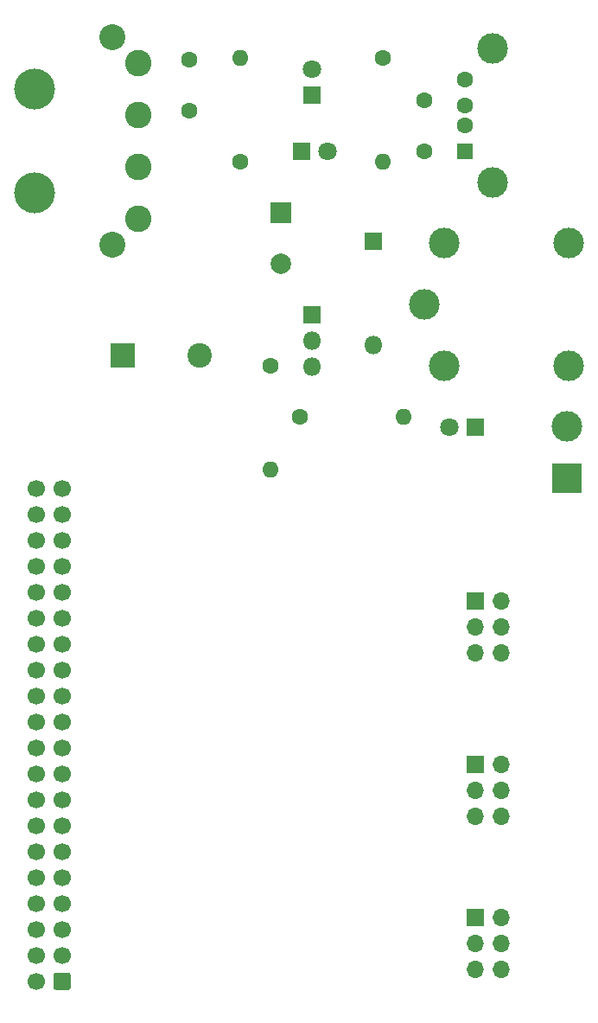
<source format=gbr>
%TF.GenerationSoftware,KiCad,Pcbnew,5.1.8*%
%TF.CreationDate,2020-11-30T00:05:04+01:00*%
%TF.ProjectId,splitter,73706c69-7474-4657-922e-6b696361645f,rev?*%
%TF.SameCoordinates,Original*%
%TF.FileFunction,Soldermask,Bot*%
%TF.FilePolarity,Negative*%
%FSLAX46Y46*%
G04 Gerber Fmt 4.6, Leading zero omitted, Abs format (unit mm)*
G04 Created by KiCad (PCBNEW 5.1.8) date 2020-11-30 00:05:04*
%MOMM*%
%LPD*%
G01*
G04 APERTURE LIST*
%ADD10C,2.000000*%
%ADD11R,2.000000X2.000000*%
%ADD12C,1.600000*%
%ADD13C,2.400000*%
%ADD14R,2.400000X2.400000*%
%ADD15C,1.700000*%
%ADD16C,3.000000*%
%ADD17R,1.800000X1.800000*%
%ADD18C,1.800000*%
%ADD19O,1.800000X1.800000*%
%ADD20R,1.700000X1.700000*%
%ADD21O,1.700000X1.700000*%
%ADD22C,4.000000*%
%ADD23C,2.600000*%
%ADD24C,2.540000*%
%ADD25R,3.000000X3.000000*%
%ADD26R,1.600000X1.600000*%
%ADD27O,1.600000X1.600000*%
G04 APERTURE END LIST*
D10*
%TO.C,C3*%
X146000000Y-62000000D03*
D11*
X146000000Y-57000000D03*
%TD*%
D12*
%TO.C,C2*%
X137000000Y-42000000D03*
X137000000Y-47000000D03*
%TD*%
D13*
%TO.C,C1*%
X138000000Y-71000000D03*
D14*
X130500000Y-71000000D03*
%TD*%
D12*
%TO.C,C0*%
X160000000Y-46000000D03*
X160000000Y-51000000D03*
%TD*%
D15*
%TO.C,J0*%
X122000000Y-84000000D03*
X122000000Y-86540000D03*
X122000000Y-89080000D03*
X122000000Y-91620000D03*
X122000000Y-94160000D03*
X122000000Y-96700000D03*
X122000000Y-99240000D03*
X122000000Y-101780000D03*
X122000000Y-104320000D03*
X122000000Y-106860000D03*
X122000000Y-109400000D03*
X122000000Y-111940000D03*
X122000000Y-114480000D03*
X122000000Y-117020000D03*
X122000000Y-119560000D03*
X122000000Y-122100000D03*
X122000000Y-124640000D03*
X122000000Y-127180000D03*
X122000000Y-129720000D03*
X122000000Y-132260000D03*
X124540000Y-84000000D03*
X124540000Y-86540000D03*
X124540000Y-89080000D03*
X124540000Y-91620000D03*
X124540000Y-94160000D03*
X124540000Y-96700000D03*
X124540000Y-99240000D03*
X124540000Y-101780000D03*
X124540000Y-104320000D03*
X124540000Y-106860000D03*
X124540000Y-109400000D03*
X124540000Y-111940000D03*
X124540000Y-114480000D03*
X124540000Y-117020000D03*
X124540000Y-119560000D03*
X124540000Y-122100000D03*
X124540000Y-124640000D03*
X124540000Y-127180000D03*
X124540000Y-129720000D03*
G36*
G01*
X125390000Y-131660000D02*
X125390000Y-132860000D01*
G75*
G02*
X125140000Y-133110000I-250000J0D01*
G01*
X123940000Y-133110000D01*
G75*
G02*
X123690000Y-132860000I0J250000D01*
G01*
X123690000Y-131660000D01*
G75*
G02*
X123940000Y-131410000I250000J0D01*
G01*
X125140000Y-131410000D01*
G75*
G02*
X125390000Y-131660000I0J-250000D01*
G01*
G37*
%TD*%
D16*
%TO.C,K0*%
X162000000Y-72000000D03*
X174200000Y-72000000D03*
X174200000Y-60000000D03*
X162000000Y-60000000D03*
X160000000Y-66000000D03*
%TD*%
D17*
%TO.C,D0*%
X149000000Y-45540000D03*
D18*
X149000000Y-43000000D03*
%TD*%
D17*
%TO.C,D1*%
X155000000Y-59840000D03*
D19*
X155000000Y-70000000D03*
%TD*%
D18*
%TO.C,D2*%
X162460000Y-78000000D03*
D17*
X165000000Y-78000000D03*
%TD*%
%TO.C,D3*%
X148000000Y-51000000D03*
D18*
X150540000Y-51000000D03*
%TD*%
D20*
%TO.C,J1*%
X165000000Y-126000000D03*
D21*
X167540000Y-126000000D03*
X165000000Y-128540000D03*
X167540000Y-128540000D03*
X165000000Y-131080000D03*
X167540000Y-131080000D03*
%TD*%
%TO.C,J2*%
X167540000Y-116080000D03*
X165000000Y-116080000D03*
X167540000Y-113540000D03*
X165000000Y-113540000D03*
X167540000Y-111000000D03*
D20*
X165000000Y-111000000D03*
%TD*%
%TO.C,J3*%
X165000000Y-95000000D03*
D21*
X167540000Y-95000000D03*
X165000000Y-97540000D03*
X167540000Y-97540000D03*
X165000000Y-100080000D03*
X167540000Y-100080000D03*
%TD*%
D22*
%TO.C,J4*%
X121860000Y-55080000D03*
D23*
X132020000Y-42380000D03*
X132020000Y-47460000D03*
X132020000Y-52540000D03*
X132020000Y-57620000D03*
D24*
X129480000Y-60160000D03*
D22*
X121860000Y-44920000D03*
D24*
X129480000Y-39840000D03*
%TD*%
D25*
%TO.C,J5*%
X174000000Y-83000000D03*
D16*
X174000000Y-77920000D03*
%TD*%
%TO.C,J6*%
X166710000Y-40930000D03*
X166710000Y-54070000D03*
D26*
X164000000Y-51000000D03*
D12*
X164000000Y-48500000D03*
X164000000Y-46500000D03*
X164000000Y-44000000D03*
%TD*%
D17*
%TO.C,Q1*%
X149000000Y-67000000D03*
D19*
X149000000Y-69540000D03*
X149000000Y-72080000D03*
%TD*%
D12*
%TO.C,R0*%
X156000000Y-41840000D03*
D27*
X156000000Y-52000000D03*
%TD*%
D12*
%TO.C,R2*%
X145000000Y-72000000D03*
D27*
X145000000Y-82160000D03*
%TD*%
%TO.C,R3*%
X158000000Y-77000000D03*
D12*
X147840000Y-77000000D03*
%TD*%
%TO.C,R4*%
X142000000Y-52000000D03*
D27*
X142000000Y-41840000D03*
%TD*%
M02*

</source>
